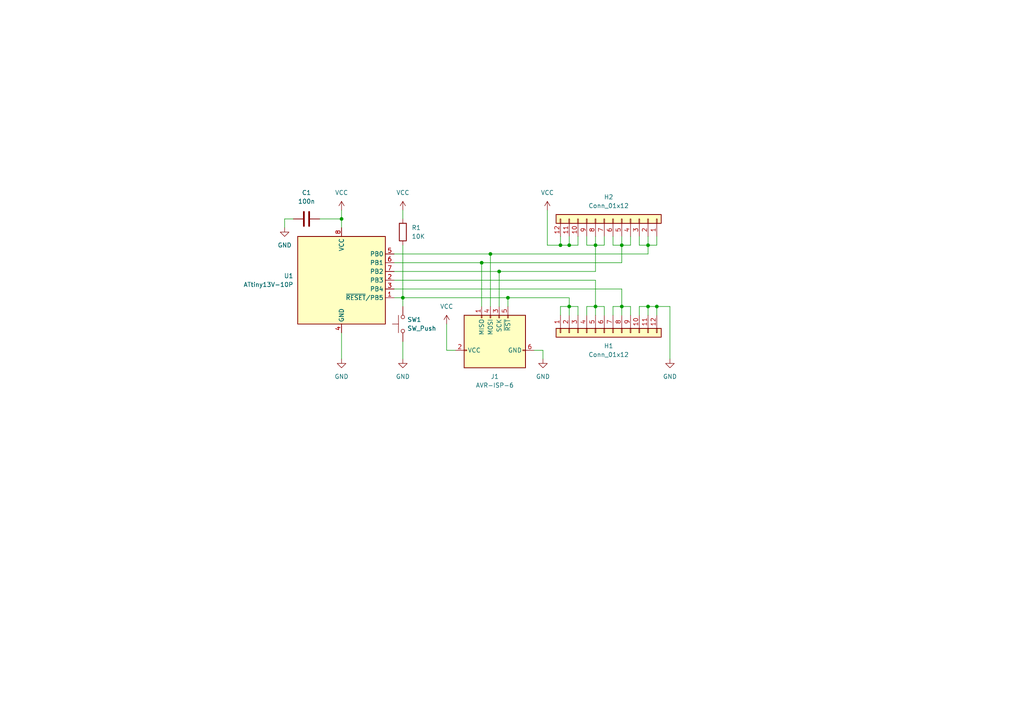
<source format=kicad_sch>
(kicad_sch (version 20211123) (generator eeschema)
  (paper "A4")
  (lib_symbols
    (symbol "Connector:AVR-ISP-6" (pin_names (offset 1.016))
      (property "Reference" "J" (at -6.35 11.43 0))
      (property "Value" "AVR-ISP-6" (at 0 11.43 0))
      (symbol "AVR-ISP-6_0_1"
        (rectangle (start -2.667 -6.858) (end -2.413 -7.62))
        (rectangle (start -2.667 10.16) (end -2.413 9.398))
        (rectangle (start 7.62 -2.413) (end 6.858 -2.667))
        (rectangle (start 7.62 0.127) (end 6.858 -0.127))
        (rectangle (start 7.62 2.667) (end 6.858 2.413))
        (rectangle (start 7.62 5.207) (end 6.858 4.953))
        (rectangle (start 7.62 10.16) (end -7.62 -7.62) (stroke (width 0.254)) (fill (type background)))
      )
      (symbol "AVR-ISP-6_1_1"
        (pin passive line (at 10.16 5.08 180) (length 2.54) (name "MISO") (number "1"))
        (pin passive line (at -2.54 12.7 270) (length 2.54) (name "VCC") (number "2"))
        (pin passive line (at 10.16 0 180) (length 2.54) (name "SCK") (number "3"))
        (pin passive line (at 10.16 2.54 180) (length 2.54) (name "MOSI") (number "4"))
        (pin passive line (at 10.16 -2.54 180) (length 2.54) (name "~{RST}") (number "5"))
        (pin passive line (at -2.54 -10.16 90) (length 2.54) (name "GND") (number "6"))
      )
    )
    (symbol "Connector_Generic:Conn_01x12" (pin_names (offset 1.016) hide)
      (property "Reference" "J" (at 0 15.24 0))
      (property "Value" "Conn_01x12" (at 0 -17.78 0))
      (symbol "Conn_01x12_1_1"
        (rectangle (start -1.27 -15.113) (end 0 -15.367) (stroke (width 0.1524)))
        (rectangle (start -1.27 -12.573) (end 0 -12.827) (stroke (width 0.1524)))
        (rectangle (start -1.27 -10.033) (end 0 -10.287) (stroke (width 0.1524)))
        (rectangle (start -1.27 -7.493) (end 0 -7.747) (stroke (width 0.1524)))
        (rectangle (start -1.27 -4.953) (end 0 -5.207) (stroke (width 0.1524)))
        (rectangle (start -1.27 -2.413) (end 0 -2.667) (stroke (width 0.1524)))
        (rectangle (start -1.27 0.127) (end 0 -0.127) (stroke (width 0.1524)))
        (rectangle (start -1.27 2.667) (end 0 2.413) (stroke (width 0.1524)))
        (rectangle (start -1.27 5.207) (end 0 4.953) (stroke (width 0.1524)))
        (rectangle (start -1.27 7.747) (end 0 7.493) (stroke (width 0.1524)))
        (rectangle (start -1.27 10.287) (end 0 10.033) (stroke (width 0.1524)))
        (rectangle (start -1.27 12.827) (end 0 12.573) (stroke (width 0.1524)))
        (rectangle (start -1.27 13.97) (end 1.27 -16.51) (stroke (width 0.254)) (fill (type background)))
        (pin passive line (at -5.08 12.7 0) (length 3.81) (name "Pin_1") (number "1"))
        (pin passive line (at -5.08 -10.16 0) (length 3.81) (name "Pin_10") (number "10"))
        (pin passive line (at -5.08 -12.7 0) (length 3.81) (name "Pin_11") (number "11"))
        (pin passive line (at -5.08 -15.24 0) (length 3.81) (name "Pin_12") (number "12"))
        (pin passive line (at -5.08 10.16 0) (length 3.81) (name "Pin_2") (number "2"))
        (pin passive line (at -5.08 7.62 0) (length 3.81) (name "Pin_3") (number "3"))
        (pin passive line (at -5.08 5.08 0) (length 3.81) (name "Pin_4") (number "4"))
        (pin passive line (at -5.08 2.54 0) (length 3.81) (name "Pin_5") (number "5"))
        (pin passive line (at -5.08 0 0) (length 3.81) (name "Pin_6") (number "6"))
        (pin passive line (at -5.08 -2.54 0) (length 3.81) (name "Pin_7") (number "7"))
        (pin passive line (at -5.08 -5.08 0) (length 3.81) (name "Pin_8") (number "8"))
        (pin passive line (at -5.08 -7.62 0) (length 3.81) (name "Pin_9") (number "9"))
      )
    )
    (symbol "Device:C" (pin_numbers hide) (pin_names (offset 0.254))
      (property "Reference" "C" (at 0.635 2.54 0))
      (property "Value" "C" (at 0.635 -2.54 0))
      (symbol "C_0_1"
        (polyline (pts (xy -2.032 -0.762) (xy 2.032 -0.762)) (stroke (width 0.508)))
        (polyline (pts (xy -2.032 0.762) (xy 2.032 0.762)) (stroke (width 0.508)))
      )
      (symbol "C_1_1"
        (pin passive line (at 0 3.81 270) (length 2.794) (name "~") (number "1"))
        (pin passive line (at 0 -3.81 90) (length 2.794) (name "~") (number "2"))
      )
    )
    (symbol "Device:R" (pin_numbers hide) (pin_names (offset 0))
      (property "Reference" "R" (at 2.032 0 90))
      (property "Value" "R" (at 0 0 90))
      (symbol "R_0_1"
        (rectangle (start -1.016 -2.54) (end 1.016 2.54) (stroke (width 0.254)))
      )
      (symbol "R_1_1"
        (pin passive line (at 0 3.81 270) (length 1.27) (name "~") (number "1"))
        (pin passive line (at 0 -3.81 90) (length 1.27) (name "~") (number "2"))
      )
    )
    (symbol "MCU_Microchip_ATtiny:ATtiny13V-10P"
      (property "Reference" "U" (at -12.7 13.97 0))
      (property "Value" "ATtiny13V-10P" (at 2.54 -13.97 0))
      (symbol "ATtiny13V-10P_0_1"
        (rectangle (start -12.7 -12.7) (end 12.7 12.7) (stroke (width 0.254)) (fill (type background)))
      )
      (symbol "ATtiny13V-10P_1_1"
        (pin bidirectional line (at 15.24 -5.08 180) (length 2.54) (name "~{RESET}/PB5") (number "1"))
        (pin bidirectional line (at 15.24 0 180) (length 2.54) (name "PB3") (number "2"))
        (pin bidirectional line (at 15.24 -2.54 180) (length 2.54) (name "PB4") (number "3"))
        (pin power_in line (at 0 -15.24 90) (length 2.54) (name "GND") (number "4"))
        (pin bidirectional line (at 15.24 7.62 180) (length 2.54) (name "PB0") (number "5"))
        (pin bidirectional line (at 15.24 5.08 180) (length 2.54) (name "PB1") (number "6"))
        (pin bidirectional line (at 15.24 2.54 180) (length 2.54) (name "PB2") (number "7"))
        (pin power_in line (at 0 15.24 270) (length 2.54) (name "VCC") (number "8"))
      )
    )
    (symbol "Switch:SW_Push" (pin_numbers hide) (pin_names (offset 1.016) hide)
      (property "Reference" "SW" (at 1.27 2.54 0))
      (property "Value" "SW_Push" (at 0 -1.524 0))
      (symbol "SW_Push_0_1"
        (circle (center -2.032 0) (radius 0.508))
        (polyline (pts (xy 0 1.27) (xy 0 3.048)))
        (polyline (pts (xy 2.54 1.27) (xy -2.54 1.27)))
        (circle (center 2.032 0) (radius 0.508))
        (pin passive line (at -5.08 0 0) (length 2.54) (name "1") (number "1"))
        (pin passive line (at 5.08 0 180) (length 2.54) (name "2") (number "2"))
      )
    )
    (symbol "power:GND" (power) (pin_names (offset 0))
      (property "Value" "GND" (at 0 -3.81 0))
      (symbol "GND_0_1"
        (polyline (pts (xy 0 0) (xy 0 -1.27) (xy 1.27 -1.27) (xy 0 -2.54) (xy -1.27 -1.27) (xy 0 -1.27)))
      )
      (symbol "GND_1_1"
        (pin power_in line (at 0 0 270) (length 0) hide (name "GND") (number "1"))
      )
    )
    (symbol "power:VCC" (power) (pin_names (offset 0))
      (property "Value" "VCC" (at 0 3.81 0))
      (symbol "VCC_0_1"
        (polyline (pts (xy -0.762 1.27) (xy 0 2.54)))
        (polyline (pts (xy 0 0) (xy 0 2.54)))
        (polyline (pts (xy 0 2.54) (xy 0.762 1.27)))
      )
      (symbol "VCC_1_1"
        (pin power_in line (at 0 0 90) (length 0) hide (name "VCC") (number "1"))
      )
    )
  )
  (junction (at 172.72 88.9))
  (junction (at 165.1 71.12))
  (junction (at 187.96 71.12))
  (junction (at 187.96 88.9))
  (junction (at 142.24 73.66))
  (junction (at 172.72 71.12))
  (junction (at 165.1 88.9))
  (junction (at 139.7 76.2))
  (junction (at 162.56 71.12))
  (junction (at 180.34 88.9))
  (junction (at 144.78 78.74))
  (junction (at 190.5 88.9))
  (junction (at 99.06 63.5))
  (junction (at 147.32 86.36))
  (junction (at 116.84 86.36))
  (junction (at 180.34 71.12))
  (wire (pts (xy 180.34 68.58) (xy 180.34 71.12)))
  (wire (pts (xy 116.84 99.06) (xy 116.84 104.14)))
  (wire (pts (xy 187.96 88.9) (xy 190.5 88.9)))
  (wire (pts (xy 177.8 71.12) (xy 180.34 71.12)))
  (wire (pts (xy 142.24 73.66) (xy 142.24 88.9)))
  (wire (pts (xy 175.26 68.58) (xy 175.26 71.12)))
  (wire (pts (xy 92.71 63.5) (xy 99.06 63.5)))
  (wire (pts (xy 187.96 71.12) (xy 190.5 71.12)))
  (wire (pts (xy 172.72 88.9) (xy 175.26 88.9)))
  (wire (pts (xy 185.42 91.44) (xy 185.42 88.9)))
  (wire (pts (xy 139.7 76.2) (xy 139.7 88.9)))
  (wire (pts (xy 114.3 81.28) (xy 172.72 81.28)))
  (wire (pts (xy 162.56 71.12) (xy 165.1 71.12)))
  (wire (pts (xy 177.8 88.9) (xy 180.34 88.9)))
  (wire (pts (xy 99.06 63.5) (xy 99.06 66.04)))
  (wire (pts (xy 172.72 68.58) (xy 172.72 71.12)))
  (wire (pts (xy 180.34 71.12) (xy 180.34 76.2)))
  (wire (pts (xy 190.5 71.12) (xy 190.5 68.58)))
  (wire (pts (xy 165.1 88.9) (xy 165.1 91.44)))
  (wire (pts (xy 187.96 88.9) (xy 187.96 91.44)))
  (wire (pts (xy 116.84 60.96) (xy 116.84 63.5)))
  (wire (pts (xy 187.96 68.58) (xy 187.96 71.12)))
  (wire (pts (xy 177.8 68.58) (xy 177.8 71.12)))
  (wire (pts (xy 177.8 91.44) (xy 177.8 88.9)))
  (wire (pts (xy 99.06 96.52) (xy 99.06 104.14)))
  (wire (pts (xy 170.18 91.44) (xy 170.18 88.9)))
  (wire (pts (xy 190.5 88.9) (xy 190.5 91.44)))
  (wire (pts (xy 180.34 76.2) (xy 139.7 76.2)))
  (wire (pts (xy 114.3 78.74) (xy 144.78 78.74)))
  (wire (pts (xy 170.18 68.58) (xy 170.18 71.12)))
  (wire (pts (xy 172.72 71.12) (xy 172.72 78.74)))
  (wire (pts (xy 162.56 88.9) (xy 165.1 88.9)))
  (wire (pts (xy 180.34 88.9) (xy 180.34 91.44)))
  (wire (pts (xy 182.88 88.9) (xy 182.88 91.44)))
  (wire (pts (xy 162.56 68.58) (xy 162.56 71.12)))
  (wire (pts (xy 116.84 86.36) (xy 147.32 86.36)))
  (wire (pts (xy 82.55 63.5) (xy 82.55 66.04)))
  (wire (pts (xy 180.34 88.9) (xy 182.88 88.9)))
  (wire (pts (xy 172.72 78.74) (xy 144.78 78.74)))
  (wire (pts (xy 129.54 101.6) (xy 132.08 101.6)))
  (wire (pts (xy 167.64 88.9) (xy 167.64 91.44)))
  (wire (pts (xy 175.26 88.9) (xy 175.26 91.44)))
  (wire (pts (xy 187.96 71.12) (xy 187.96 73.66)))
  (wire (pts (xy 114.3 73.66) (xy 142.24 73.66)))
  (wire (pts (xy 114.3 83.82) (xy 180.34 83.82)))
  (wire (pts (xy 129.54 93.98) (xy 129.54 101.6)))
  (wire (pts (xy 147.32 86.36) (xy 165.1 86.36)))
  (wire (pts (xy 194.31 88.9) (xy 194.31 104.14)))
  (wire (pts (xy 114.3 86.36) (xy 116.84 86.36)))
  (wire (pts (xy 85.09 63.5) (xy 82.55 63.5)))
  (wire (pts (xy 185.42 88.9) (xy 187.96 88.9)))
  (wire (pts (xy 162.56 91.44) (xy 162.56 88.9)))
  (wire (pts (xy 170.18 88.9) (xy 172.72 88.9)))
  (wire (pts (xy 147.32 88.9) (xy 147.32 86.36)))
  (wire (pts (xy 99.06 60.96) (xy 99.06 63.5)))
  (wire (pts (xy 165.1 68.58) (xy 165.1 71.12)))
  (wire (pts (xy 172.72 81.28) (xy 172.72 88.9)))
  (wire (pts (xy 185.42 68.58) (xy 185.42 71.12)))
  (wire (pts (xy 157.48 101.6) (xy 157.48 104.14)))
  (wire (pts (xy 114.3 76.2) (xy 139.7 76.2)))
  (wire (pts (xy 185.42 71.12) (xy 187.96 71.12)))
  (wire (pts (xy 190.5 88.9) (xy 194.31 88.9)))
  (wire (pts (xy 170.18 71.12) (xy 172.72 71.12)))
  (wire (pts (xy 187.96 73.66) (xy 142.24 73.66)))
  (wire (pts (xy 172.72 88.9) (xy 172.72 91.44)))
  (wire (pts (xy 180.34 83.82) (xy 180.34 88.9)))
  (wire (pts (xy 162.56 71.12) (xy 158.75 71.12)))
  (wire (pts (xy 165.1 88.9) (xy 167.64 88.9)))
  (wire (pts (xy 172.72 71.12) (xy 175.26 71.12)))
  (wire (pts (xy 116.84 71.12) (xy 116.84 86.36)))
  (wire (pts (xy 165.1 86.36) (xy 165.1 88.9)))
  (wire (pts (xy 182.88 71.12) (xy 182.88 68.58)))
  (wire (pts (xy 116.84 86.36) (xy 116.84 88.9)))
  (wire (pts (xy 180.34 71.12) (xy 182.88 71.12)))
  (wire (pts (xy 154.94 101.6) (xy 157.48 101.6)))
  (wire (pts (xy 167.64 71.12) (xy 167.64 68.58)))
  (wire (pts (xy 158.75 71.12) (xy 158.75 60.96)))
  (wire (pts (xy 165.1 71.12) (xy 167.64 71.12)))
  (wire (pts (xy 144.78 78.74) (xy 144.78 88.9)))
  (symbol (lib_id "Switch:SW_Push") (at 116.84 93.98 90) (mirror x) (unit 1)
    (property "Reference" "SW1" (at 118.11 92.7099 90) (effects (justify right)))
    (property "Value" "SW_Push" (at 118.11 95.2499 90) (effects (justify right)))
    (property "Footprint" "Button_Switch_THT:SW_PUSH_6mm" (effects hide))
  )
  (symbol (lib_id "power:GND") (at 194.31 104.14 0) (unit 1)
    (property "Reference" "#PWR0103" (effects hide))
    (property "Value" "GND" (at 194.31 109.22 0))
  )
  (symbol (lib_id "power:VCC") (at 158.75 60.96 0) (unit 1)
    (property "Reference" "#PWR0102" (effects hide))
    (property "Value" "VCC" (at 158.75 55.88 0))
  )
  (symbol (lib_id "power:VCC") (at 129.54 93.98 0) (unit 1)
    (property "Reference" "#PWR0101" (effects hide))
    (property "Value" "VCC" (at 129.54 88.9 0))
  )
  (symbol (lib_id "power:VCC") (at 116.84 60.96 0) (unit 1)
    (property "Reference" "#PWR04" (effects hide))
    (property "Value" "VCC" (at 116.84 55.88 0))
  )
  (symbol (lib_id "Device:R") (at 116.84 67.31 180) (unit 1)
    (property "Reference" "R1" (at 119.38 66.0399 0) (effects (justify right)))
    (property "Value" "10K" (at 119.38 68.5799 0) (effects (justify right)))
    (property "Footprint" "Resistor_THT:R_Axial_DIN0207_L6.3mm_D2.5mm_P10.16mm_Horizontal" (effects hide))
  )
  (symbol (lib_id "power:GND") (at 99.06 104.14 0) (unit 1)
    (property "Reference" "#PWR03" (effects hide))
    (property "Value" "GND" (at 99.06 109.22 0))
  )
  (symbol (lib_id "Connector:AVR-ISP-6") (at 144.78 99.06 90) (unit 1)
    (property "Reference" "J1" (at 143.51 109.22 90))
    (property "Value" "AVR-ISP-6" (at 143.51 111.76 90))
    (property "Footprint" "Connector_IDC:IDC-Header_2x03_P2.54mm_Vertical" (effects hide))
    (property "Datasheet" " ~" (effects hide))
  )
  (symbol (lib_id "power:GND") (at 116.84 104.14 0) (unit 1)
    (property "Reference" "#PWR05" (effects hide))
    (property "Value" "GND" (at 116.84 109.22 0))
  )
  (symbol (lib_id "Connector_Generic:Conn_01x12") (at 177.8 63.5 270) (mirror x) (unit 1)
    (property "Reference" "H2" (at 176.53 57.15 90))
    (property "Value" "Conn_01x12" (at 176.53 59.69 90))
    (property "Footprint" "Connector_PinHeader_2.54mm:PinHeader_1x12_P2.54mm_Vertical" (effects hide))
  )
  (symbol (lib_id "power:GND") (at 157.48 104.14 0) (unit 1)
    (property "Reference" "#PWR07" (effects hide))
    (property "Value" "GND" (at 157.48 109.22 0))
  )
  (symbol (lib_id "power:GND") (at 82.55 66.04 0) (unit 1)
    (property "Reference" "#PWR01" (effects hide))
    (property "Value" "GND" (at 82.55 71.12 0))
  )
  (symbol (lib_id "power:VCC") (at 99.06 60.96 0) (unit 1)
    (property "Reference" "#PWR02" (effects hide))
    (property "Value" "VCC" (at 99.06 55.88 0))
  )
  (symbol (lib_id "MCU_Microchip_ATtiny:ATtiny13V-10P") (at 99.06 81.28 0) (unit 1)
    (property "Reference" "U1" (at 85.09 80.0099 0) (effects (justify right)))
    (property "Value" "ATtiny13V-10P" (at 85.09 82.5499 0) (effects (justify right)))
    (property "Footprint" "Package_DIP:DIP-8_W7.62mm_Socket_LongPads" (effects hide))
    (property "Datasheet" "http://ww1.microchip.com/downloads/en/DeviceDoc/doc2535.pdf" (effects hide))
  )
  (symbol (lib_id "Connector_Generic:Conn_01x12") (at 175.26 96.52 90) (mirror x) (unit 1)
    (property "Reference" "H1" (at 176.53 100.33 90))
    (property "Value" "Conn_01x12" (at 176.53 102.87 90))
    (property "Footprint" "Connector_PinHeader_2.54mm:PinHeader_1x12_P2.54mm_Vertical" (effects hide))
  )
  (symbol (lib_id "Device:C") (at 88.9 63.5 270) (unit 1)
    (property "Reference" "C1" (at 88.9 55.88 90))
    (property "Value" "100n" (at 88.9 58.42 90))
    (property "Footprint" "Capacitor_THT:C_Disc_D3.4mm_W2.1mm_P2.50mm" (effects hide))
  )
)
</source>
